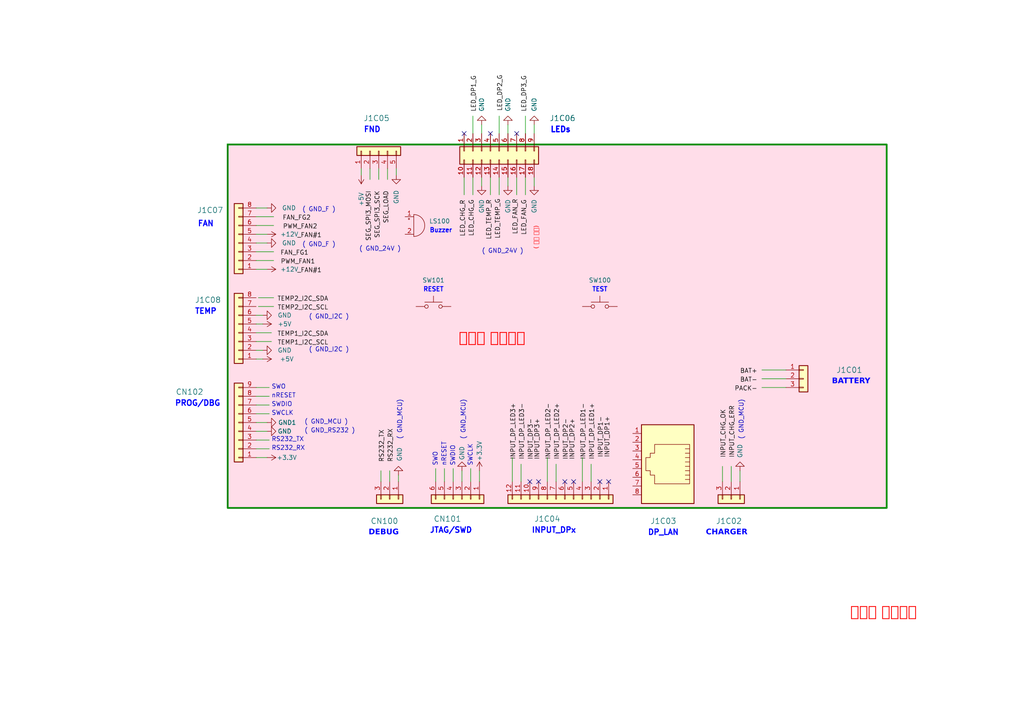
<source format=kicad_sch>
(kicad_sch (version 20231120) (generator "eeschema") (generator_version "8.0")
  (paper "A4")
  (title_block (title "PORTABLE Control Board") (date "2024-10-11") (rev "R1.1_241209") (company "(주)볼크"))
  (lib_symbols
    (symbol "Connector:RJ45" (pin_names (offset 1.016))
      (property "Reference" "J" (at -5.08 13.97 0))
      (property "Value" "RJ45" (at 2.54 13.97 0))
      (symbol "RJ45_0_1"
        (polyline (pts (xy -5.08 4.445) (xy -6.35 4.445)))
        (polyline (pts (xy -5.08 5.715) (xy -6.35 5.715)))
        (polyline (pts (xy -6.35 -3.175) (xy -5.08 -3.175) (xy -5.08 -3.175)))
        (polyline (pts (xy -6.35 -1.905) (xy -5.08 -1.905) (xy -5.08 -1.905)))
        (polyline (pts (xy -6.35 -0.635) (xy -5.08 -0.635) (xy -5.08 -0.635)))
        (polyline (pts (xy -6.35 0.635) (xy -5.08 0.635) (xy -5.08 0.635)))
        (polyline (pts (xy -6.35 1.905) (xy -5.08 1.905) (xy -5.08 1.905)))
        (polyline (pts (xy -5.08 3.175) (xy -6.35 3.175) (xy -6.35 3.175)))
        (polyline (pts (xy -6.35 -4.445) (xy -6.35 6.985) (xy 3.81 6.985) (xy 3.81 4.445) (xy 5.08 4.445) (xy 5.08 3.175) (xy 6.35 3.175) (xy 6.35 -0.635) (xy 5.08 -0.635) (xy 5.08 -1.905) (xy 3.81 -1.905) (xy 3.81 -4.445) (xy -6.35 -4.445) (xy -6.35 -4.445)))
        (rectangle (start 7.62 12.7) (end -7.62 -10.16) (stroke (width 0.254)) (fill (type background)))
      )
      (symbol "RJ45_1_1"
        (pin passive line (at 10.16 -7.62 180) (length 2.54) (name "~") (number "1"))
        (pin passive line (at 10.16 -5.08 180) (length 2.54) (name "~") (number "2"))
        (pin passive line (at 10.16 -2.54 180) (length 2.54) (name "~") (number "3"))
        (pin passive line (at 10.16 0 180) (length 2.54) (name "~") (number "4"))
        (pin passive line (at 10.16 2.54 180) (length 2.54) (name "~") (number "5"))
        (pin passive line (at 10.16 5.08 180) (length 2.54) (name "~") (number "6"))
        (pin passive line (at 10.16 7.62 180) (length 2.54) (name "~") (number "7"))
        (pin passive line (at 10.16 10.16 180) (length 2.54) (name "~") (number "8"))
      )
    )
    (symbol "Connector_Generic:Conn_01x03" (pin_names (offset 1.016) hide)
      (property "Reference" "J" (at 0 5.08 0))
      (property "Value" "Conn_01x03" (at 0 -5.08 0))
      (symbol "Conn_01x03_1_1"
        (rectangle (start -1.27 -2.413) (end 0 -2.667) (stroke (width 0.1524)))
        (rectangle (start -1.27 0.127) (end 0 -0.127) (stroke (width 0.1524)))
        (rectangle (start -1.27 2.667) (end 0 2.413) (stroke (width 0.1524)))
        (rectangle (start -1.27 3.81) (end 1.27 -3.81) (stroke (width 0.254)) (fill (type background)))
        (pin passive line (at -5.08 2.54 0) (length 3.81) (name "Pin_1") (number "1"))
        (pin passive line (at -5.08 0 0) (length 3.81) (name "Pin_2") (number "2"))
        (pin passive line (at -5.08 -2.54 0) (length 3.81) (name "Pin_3") (number "3"))
      )
    )
    (symbol "Connector_Generic:Conn_01x05" (pin_names (offset 1.016) hide)
      (property "Reference" "J" (at 0 7.62 0))
      (property "Value" "Conn_01x05" (at 0 -7.62 0))
      (symbol "Conn_01x05_1_1"
        (rectangle (start -1.27 -4.953) (end 0 -5.207) (stroke (width 0.1524)))
        (rectangle (start -1.27 -2.413) (end 0 -2.667) (stroke (width 0.1524)))
        (rectangle (start -1.27 0.127) (end 0 -0.127) (stroke (width 0.1524)))
        (rectangle (start -1.27 2.667) (end 0 2.413) (stroke (width 0.1524)))
        (rectangle (start -1.27 5.207) (end 0 4.953) (stroke (width 0.1524)))
        (rectangle (start -1.27 6.35) (end 1.27 -6.35) (stroke (width 0.254)) (fill (type background)))
        (pin passive line (at -5.08 5.08 0) (length 3.81) (name "Pin_1") (number "1"))
        (pin passive line (at -5.08 2.54 0) (length 3.81) (name "Pin_2") (number "2"))
        (pin passive line (at -5.08 0 0) (length 3.81) (name "Pin_3") (number "3"))
        (pin passive line (at -5.08 -2.54 0) (length 3.81) (name "Pin_4") (number "4"))
        (pin passive line (at -5.08 -5.08 0) (length 3.81) (name "Pin_5") (number "5"))
      )
    )
    (symbol "Connector_Generic:Conn_01x06" (pin_names (offset 1.016) hide)
      (property "Reference" "J" (at 0 7.62 0))
      (property "Value" "Conn_01x06" (at 0 -10.16 0))
      (symbol "Conn_01x06_1_1"
        (rectangle (start -1.27 -7.493) (end 0 -7.747) (stroke (width 0.1524)))
        (rectangle (start -1.27 -4.953) (end 0 -5.207) (stroke (width 0.1524)))
        (rectangle (start -1.27 -2.413) (end 0 -2.667) (stroke (width 0.1524)))
        (rectangle (start -1.27 0.127) (end 0 -0.127) (stroke (width 0.1524)))
        (rectangle (start -1.27 2.667) (end 0 2.413) (stroke (width 0.1524)))
        (rectangle (start -1.27 5.207) (end 0 4.953) (stroke (width 0.1524)))
        (rectangle (start -1.27 6.35) (end 1.27 -8.89) (stroke (width 0.254)) (fill (type background)))
        (pin passive line (at -5.08 5.08 0) (length 3.81) (name "Pin_1") (number "1"))
        (pin passive line (at -5.08 2.54 0) (length 3.81) (name "Pin_2") (number "2"))
        (pin passive line (at -5.08 0 0) (length 3.81) (name "Pin_3") (number "3"))
        (pin passive line (at -5.08 -2.54 0) (length 3.81) (name "Pin_4") (number "4"))
        (pin passive line (at -5.08 -5.08 0) (length 3.81) (name "Pin_5") (number "5"))
        (pin passive line (at -5.08 -7.62 0) (length 3.81) (name "Pin_6") (number "6"))
      )
    )
    (symbol "Connector_Generic:Conn_01x08" (pin_names (offset 1.016) hide)
      (property "Reference" "J" (at 0 10.16 0))
      (property "Value" "Conn_01x08" (at 0 -12.7 0))
      (symbol "Conn_01x08_1_1"
        (rectangle (start -1.27 -10.033) (end 0 -10.287) (stroke (width 0.1524)))
        (rectangle (start -1.27 -7.493) (end 0 -7.747) (stroke (width 0.1524)))
        (rectangle (start -1.27 -4.953) (end 0 -5.207) (stroke (width 0.1524)))
        (rectangle (start -1.27 -2.413) (end 0 -2.667) (stroke (width 0.1524)))
        (rectangle (start -1.27 0.127) (end 0 -0.127) (stroke (width 0.1524)))
        (rectangle (start -1.27 2.667) (end 0 2.413) (stroke (width 0.1524)))
        (rectangle (start -1.27 5.207) (end 0 4.953) (stroke (width 0.1524)))
        (rectangle (start -1.27 7.747) (end 0 7.493) (stroke (width 0.1524)))
        (rectangle (start -1.27 8.89) (end 1.27 -11.43) (stroke (width 0.254)) (fill (type background)))
        (pin passive line (at -5.08 7.62 0) (length 3.81) (name "Pin_1") (number "1"))
        (pin passive line (at -5.08 5.08 0) (length 3.81) (name "Pin_2") (number "2"))
        (pin passive line (at -5.08 2.54 0) (length 3.81) (name "Pin_3") (number "3"))
        (pin passive line (at -5.08 0 0) (length 3.81) (name "Pin_4") (number "4"))
        (pin passive line (at -5.08 -2.54 0) (length 3.81) (name "Pin_5") (number "5"))
        (pin passive line (at -5.08 -5.08 0) (length 3.81) (name "Pin_6") (number "6"))
        (pin passive line (at -5.08 -7.62 0) (length 3.81) (name "Pin_7") (number "7"))
        (pin passive line (at -5.08 -10.16 0) (length 3.81) (name "Pin_8") (number "8"))
      )
    )
    (symbol "Connector_Generic:Conn_01x09" (pin_names (offset 1.016) hide)
      (property "Reference" "J" (at 0 12.7 0))
      (property "Value" "Conn_01x09" (at 0 -12.7 0))
      (symbol "Conn_01x09_1_1"
        (rectangle (start -1.27 -10.033) (end 0 -10.287) (stroke (width 0.1524)))
        (rectangle (start -1.27 -7.493) (end 0 -7.747) (stroke (width 0.1524)))
        (rectangle (start -1.27 -4.953) (end 0 -5.207) (stroke (width 0.1524)))
        (rectangle (start -1.27 -2.413) (end 0 -2.667) (stroke (width 0.1524)))
        (rectangle (start -1.27 0.127) (end 0 -0.127) (stroke (width 0.1524)))
        (rectangle (start -1.27 2.667) (end 0 2.413) (stroke (width 0.1524)))
        (rectangle (start -1.27 5.207) (end 0 4.953) (stroke (width 0.1524)))
        (rectangle (start -1.27 7.747) (end 0 7.493) (stroke (width 0.1524)))
        (rectangle (start -1.27 10.287) (end 0 10.033) (stroke (width 0.1524)))
        (rectangle (start -1.27 11.43) (end 1.27 -11.43) (stroke (width 0.254)) (fill (type background)))
        (pin passive line (at -5.08 10.16 0) (length 3.81) (name "Pin_1") (number "1"))
        (pin passive line (at -5.08 7.62 0) (length 3.81) (name "Pin_2") (number "2"))
        (pin passive line (at -5.08 5.08 0) (length 3.81) (name "Pin_3") (number "3"))
        (pin passive line (at -5.08 2.54 0) (length 3.81) (name "Pin_4") (number "4"))
        (pin passive line (at -5.08 0 0) (length 3.81) (name "Pin_5") (number "5"))
        (pin passive line (at -5.08 -2.54 0) (length 3.81) (name "Pin_6") (number "6"))
        (pin passive line (at -5.08 -5.08 0) (length 3.81) (name "Pin_7") (number "7"))
        (pin passive line (at -5.08 -7.62 0) (length 3.81) (name "Pin_8") (number "8"))
        (pin passive line (at -5.08 -10.16 0) (length 3.81) (name "Pin_9") (number "9"))
      )
    )
    (symbol "Connector_Generic:Conn_01x12" (pin_names (offset 1.016) hide)
      (property "Reference" "J" (at 0 15.24 0))
      (property "Value" "Conn_01x12" (at 0 -17.78 0))
      (symbol "Conn_01x12_1_1"
        (rectangle (start -1.27 -15.113) (end 0 -15.367) (stroke (width 0.1524)))
        (rectangle (start -1.27 -12.573) (end 0 -12.827) (stroke (width 0.1524)))
        (rectangle (start -1.27 -10.033) (end 0 -10.287) (stroke (width 0.1524)))
        (rectangle (start -1.27 -7.493) (end 0 -7.747) (stroke (width 0.1524)))
        (rectangle (start -1.27 -4.953) (end 0 -5.207) (stroke (width 0.1524)))
        (rectangle (start -1.27 -2.413) (end 0 -2.667) (stroke (width 0.1524)))
        (rectangle (start -1.27 0.127) (end 0 -0.127) (stroke (width 0.1524)))
        (rectangle (start -1.27 2.667) (end 0 2.413) (stroke (width 0.1524)))
        (rectangle (start -1.27 5.207) (end 0 4.953) (stroke (width 0.1524)))
        (rectangle (start -1.27 7.747) (end 0 7.493) (stroke (width 0.1524)))
        (rectangle (start -1.27 10.287) (end 0 10.033) (stroke (width 0.1524)))
        (rectangle (start -1.27 12.827) (end 0 12.573) (stroke (width 0.1524)))
        (rectangle (start -1.27 13.97) (end 1.27 -16.51) (stroke (width 0.254)) (fill (type background)))
        (pin passive line (at -5.08 12.7 0) (length 3.81) (name "Pin_1") (number "1"))
        (pin passive line (at -5.08 -10.16 0) (length 3.81) (name "Pin_10") (number "10"))
        (pin passive line (at -5.08 -12.7 0) (length 3.81) (name "Pin_11") (number "11"))
        (pin passive line (at -5.08 -15.24 0) (length 3.81) (name "Pin_12") (number "12"))
        (pin passive line (at -5.08 10.16 0) (length 3.81) (name "Pin_2") (number "2"))
        (pin passive line (at -5.08 7.62 0) (length 3.81) (name "Pin_3") (number "3"))
        (pin passive line (at -5.08 5.08 0) (length 3.81) (name "Pin_4") (number "4"))
        (pin passive line (at -5.08 2.54 0) (length 3.81) (name "Pin_5") (number "5"))
        (pin passive line (at -5.08 0 0) (length 3.81) (name "Pin_6") (number "6"))
        (pin passive line (at -5.08 -2.54 0) (length 3.81) (name "Pin_7") (number "7"))
        (pin passive line (at -5.08 -5.08 0) (length 3.81) (name "Pin_8") (number "8"))
        (pin passive line (at -5.08 -7.62 0) (length 3.81) (name "Pin_9") (number "9"))
      )
    )
    (symbol "Connector_Generic:Conn_02x09_Top_Bottom" (pin_names (offset 1.016) hide)
      (property "Reference" "J" (at 1.27 12.7 0))
      (property "Value" "Conn_02x09_Top_Bottom" (at 1.27 -12.7 0))
      (symbol "Conn_02x09_Top_Bottom_1_1"
        (rectangle (start -1.27 -10.033) (end 0 -10.287) (stroke (width 0.1524)))
        (rectangle (start -1.27 -7.493) (end 0 -7.747) (stroke (width 0.1524)))
        (rectangle (start -1.27 -4.953) (end 0 -5.207) (stroke (width 0.1524)))
        (rectangle (start -1.27 -2.413) (end 0 -2.667) (stroke (width 0.1524)))
        (rectangle (start -1.27 0.127) (end 0 -0.127) (stroke (width 0.1524)))
        (rectangle (start -1.27 2.667) (end 0 2.413) (stroke (width 0.1524)))
        (rectangle (start -1.27 5.207) (end 0 4.953) (stroke (width 0.1524)))
        (rectangle (start -1.27 7.747) (end 0 7.493) (stroke (width 0.1524)))
        (rectangle (start -1.27 10.287) (end 0 10.033) (stroke (width 0.1524)))
        (rectangle (start -1.27 11.43) (end 3.81 -11.43) (stroke (width 0.254)) (fill (type background)))
        (rectangle (start 3.81 -10.033) (end 2.54 -10.287) (stroke (width 0.1524)))
        (rectangle (start 3.81 -7.493) (end 2.54 -7.747) (stroke (width 0.1524)))
        (rectangle (start 3.81 -4.953) (end 2.54 -5.207) (stroke (width 0.1524)))
        (rectangle (start 3.81 -2.413) (end 2.54 -2.667) (stroke (width 0.1524)))
        (rectangle (start 3.81 0.127) (end 2.54 -0.127) (stroke (width 0.1524)))
        (rectangle (start 3.81 2.667) (end 2.54 2.413) (stroke (width 0.1524)))
        (rectangle (start 3.81 5.207) (end 2.54 4.953) (stroke (width 0.1524)))
        (rectangle (start 3.81 7.747) (end 2.54 7.493) (stroke (width 0.1524)))
        (rectangle (start 3.81 10.287) (end 2.54 10.033) (stroke (width 0.1524)))
        (pin passive line (at -5.08 10.16 0) (length 3.81) (name "Pin_1") (number "1"))
        (pin passive line (at 7.62 10.16 180) (length 3.81) (name "Pin_10") (number "10"))
        (pin passive line (at 7.62 7.62 180) (length 3.81) (name "Pin_11") (number "11"))
        (pin passive line (at 7.62 5.08 180) (length 3.81) (name "Pin_12") (number "12"))
        (pin passive line (at 7.62 2.54 180) (length 3.81) (name "Pin_13") (number "13"))
        (pin passive line (at 7.62 0 180) (length 3.81) (name "Pin_14") (number "14"))
        (pin passive line (at 7.62 -2.54 180) (length 3.81) (name "Pin_15") (number "15"))
        (pin passive line (at 7.62 -5.08 180) (length 3.81) (name "Pin_16") (number "16"))
        (pin passive line (at 7.62 -7.62 180) (length 3.81) (name "Pin_17") (number "17"))
        (pin passive line (at 7.62 -10.16 180) (length 3.81) (name "Pin_18") (number "18"))
        (pin passive line (at -5.08 7.62 0) (length 3.81) (name "Pin_2") (number "2"))
        (pin passive line (at -5.08 5.08 0) (length 3.81) (name "Pin_3") (number "3"))
        (pin passive line (at -5.08 2.54 0) (length 3.81) (name "Pin_4") (number "4"))
        (pin passive line (at -5.08 0 0) (length 3.81) (name "Pin_5") (number "5"))
        (pin passive line (at -5.08 -2.54 0) (length 3.81) (name "Pin_6") (number "6"))
        (pin passive line (at -5.08 -5.08 0) (length 3.81) (name "Pin_7") (number "7"))
        (pin passive line (at -5.08 -7.62 0) (length 3.81) (name "Pin_8") (number "8"))
        (pin passive line (at -5.08 -10.16 0) (length 3.81) (name "Pin_9") (number "9"))
      )
    )
    (symbol "Device:Buzzer" (pin_names (offset 0.0254) hide)
      (property "Reference" "BZ" (at 3.81 1.27 0))
      (property "Value" "Buzzer" (at 3.81 -1.27 0))
      (symbol "Buzzer_0_1"
        (arc (start 0 -3.175) (mid 3.1612 0) (end 0 3.175))
        (polyline (pts (xy -1.651 1.905) (xy -1.143 1.905)))
        (polyline (pts (xy -1.397 2.159) (xy -1.397 1.651)))
        (polyline (pts (xy 0 3.175) (xy 0 -3.175)))
      )
      (symbol "Buzzer_1_1"
        (pin passive line (at -2.54 2.54 0) (length 2.54) (name "-") (number "1"))
        (pin passive line (at -2.54 -2.54 0) (length 2.54) (name "+") (number "2"))
      )
    )
    (symbol "Switch:SW_Push" (pin_numbers hide) (pin_names (offset 1.016) hide)
      (property "Reference" "SW" (at 1.27 2.54 0))
      (property "Value" "SW_Push" (at 0 -1.524 0))
      (symbol "SW_Push_0_1"
        (circle (center -2.032 0) (radius 0.508))
        (polyline (pts (xy 0 1.27) (xy 0 3.048)))
        (polyline (pts (xy 2.54 1.27) (xy -2.54 1.27)))
        (circle (center 2.032 0) (radius 0.508))
        (pin passive line (at -5.08 0 0) (length 2.54) (name "1") (number "1"))
        (pin passive line (at 5.08 0 180) (length 2.54) (name "2") (number "2"))
      )
    )
    (symbol "gnd:GND" (power) (pin_numbers hide) (pin_names (offset 0) hide)
      (property "Value" "GND" (at 0 -3.81 0))
      (symbol "GND_0_1"
        (polyline (pts (xy 0 0) (xy 0 -1.27) (xy 1.27 -1.27) (xy 0 -2.54) (xy -1.27 -1.27) (xy 0 -1.27)))
      )
      (symbol "GND_1_1"
        (pin power_in line (at 0 0 270) (length 0) hide (name "GND") (number "1"))
      )
    )
    (symbol "power:+12V" (power) (pin_numbers hide) (pin_names (offset 0) hide)
      (property "Value" "+12V" (at 0 3.556 0))
      (symbol "+12V_0_1"
        (polyline (pts (xy -0.762 1.27) (xy 0 2.54)))
        (polyline (pts (xy 0 0) (xy 0 2.54)))
        (polyline (pts (xy 0 2.54) (xy 0.762 1.27)))
      )
      (symbol "+12V_1_1"
        (pin power_in line (at 0 0 90) (length 0) hide (name "+12V") (number "1"))
      )
    )
    (symbol "power:+3.3V" (power) (pin_numbers hide) (pin_names (offset 0) hide)
      (property "Value" "+3.3V" (at 0 3.556 0))
      (symbol "+3.3V_0_1"
        (polyline (pts (xy -0.762 1.27) (xy 0 2.54)))
        (polyline (pts (xy 0 0) (xy 0 2.54)))
        (polyline (pts (xy 0 2.54) (xy 0.762 1.27)))
      )
      (symbol "+3.3V_1_1"
        (pin power_in line (at 0 0 90) (length 0) hide (name "+3.3V") (number "1"))
      )
    )
    (symbol "power:+5V" (power) (pin_numbers hide) (pin_names (offset 0) hide)
      (property "Value" "+5V" (at 0 3.556 0))
      (symbol "+5V_0_1"
        (polyline (pts (xy -0.762 1.27) (xy 0 2.54)))
        (polyline (pts (xy 0 0) (xy 0 2.54)))
        (polyline (pts (xy 0 2.54) (xy 0.762 1.27)))
      )
      (symbol "+5V_1_1"
        (pin power_in line (at 0 0 90) (length 0) hide (name "+5V") (number "1"))
      )
    )
    (symbol "power:GND" (power) (pin_numbers hide) (pin_names (offset 0) hide)
      (property "Value" "GND" (at 0 -3.81 0))
      (symbol "GND_0_1"
        (polyline (pts (xy 0 0) (xy 0 -1.27) (xy 1.27 -1.27) (xy 0 -2.54) (xy -1.27 -1.27) (xy 0 -1.27)))
      )
      (symbol "GND_1_1"
        (pin power_in line (at 0 0 270) (length 0) hide (name "GND") (number "1"))
      )
    )
    (symbol "power:GND1" (power) (pin_numbers hide) (pin_names (offset 0) hide)
      (property "Value" "GND1" (at 0 -3.81 0))
      (symbol "GND1_0_1"
        (polyline (pts (xy 0 0) (xy 0 -1.27) (xy 1.27 -1.27) (xy 0 -2.54) (xy -1.27 -1.27) (xy 0 -1.27)))
      )
      (symbol "GND1_1_1"
        (pin power_in line (at 0 0 270) (length 0) hide (name "GND1") (number "1"))
      )
    )
  )
  (no_connect (at 134.62 38.735))
  (no_connect (at 149.86 38.735))
  (no_connect (at 142.24 38.735))
  (no_connect (at 163.83 139.7))
  (no_connect (at 176.53 139.7))
  (no_connect (at 173.99 139.7))
  (no_connect (at 156.21 139.7))
  (no_connect (at 166.37 139.7))
  (no_connect (at 153.67 139.7))
  (wire (pts (xy 74.93 86.36) (xy 79.375 86.36)))
  (wire (pts (xy 139.065 136.525) (xy 139.065 139.7)))
  (wire (pts (xy 114.935 50.8) (xy 114.935 48.895)))
  (wire (pts (xy 171.45 139.7) (xy 171.45 134.62)))
  (wire (pts (xy 74.93 88.9) (xy 79.375 88.9)))
  (wire (pts (xy 214.63 136.525) (xy 214.63 139.7)))
  (wire (pts (xy 134.62 51.435) (xy 134.62 56.515)))
  (wire (pts (xy 78.105 130.175) (xy 74.295 130.175)))
  (wire (pts (xy 112.395 52.07) (xy 112.395 48.895)))
  (wire (pts (xy 107.315 52.07) (xy 107.315 48.895)))
  (wire (pts (xy 152.4 51.435) (xy 152.4 56.515)))
  (wire (pts (xy 137.16 51.435) (xy 137.16 56.515)))
  (wire (pts (xy 152.4 33.655) (xy 152.4 38.735)))
  (wire (pts (xy 74.295 65.405) (xy 79.375 65.405)))
  (wire (pts (xy 78.105 114.935) (xy 74.295 114.935)))
  (wire (pts (xy 109.855 52.07) (xy 109.855 48.895)))
  (wire (pts (xy 76.2 101.6) (xy 74.295 101.6)))
  (wire (pts (xy 220.98 109.855) (xy 227.965 109.855)))
  (wire (pts (xy 158.75 139.7) (xy 158.75 132.715)))
  (wire (pts (xy 77.47 67.945) (xy 74.295 67.945)))
  (wire (pts (xy 74.295 75.565) (xy 79.375 75.565)))
  (wire (pts (xy 74.295 96.52) (xy 78.74 96.52)))
  (wire (pts (xy 131.445 135.89) (xy 131.445 139.7)))
  (wire (pts (xy 148.59 139.7) (xy 148.59 132.715)))
  (wire (pts (xy 136.525 135.89) (xy 136.525 139.7)))
  (wire (pts (xy 133.985 136.525) (xy 133.985 139.7)))
  (wire (pts (xy 78.105 127.635) (xy 74.295 127.635)))
  (wire (pts (xy 149.86 51.435) (xy 149.86 56.515)))
  (wire (pts (xy 209.55 135.255) (xy 209.55 139.7)))
  (wire (pts (xy 78.105 117.475) (xy 74.295 117.475)))
  (wire (pts (xy 77.47 125.095) (xy 74.295 125.095)))
  (wire (pts (xy 151.13 139.7) (xy 151.13 134.62)))
  (wire (pts (xy 212.09 135.255) (xy 212.09 139.7)))
  (wire (pts (xy 144.78 33.655) (xy 144.78 38.735)))
  (wire (pts (xy 137.16 33.655) (xy 137.16 38.735)))
  (wire (pts (xy 74.295 73.025) (xy 79.375 73.025)))
  (wire (pts (xy 147.32 53.975) (xy 147.32 51.435)))
  (wire (pts (xy 76.2 91.44) (xy 74.295 91.44)))
  (wire (pts (xy 76.2 93.98) (xy 74.295 93.98)))
  (wire (pts (xy 76.2 104.14) (xy 74.295 104.14)))
  (wire (pts (xy 142.24 51.435) (xy 142.24 56.515)))
  (wire (pts (xy 77.47 78.105) (xy 74.295 78.105)))
  (wire (pts (xy 154.94 36.195) (xy 154.94 38.735)))
  (wire (pts (xy 147.32 36.195) (xy 147.32 38.735)))
  (wire (pts (xy 74.295 62.865) (xy 79.375 62.865)))
  (wire (pts (xy 161.29 139.7) (xy 161.29 134.62)))
  (wire (pts (xy 144.78 51.435) (xy 144.78 56.515)))
  (wire (pts (xy 115.57 137.795) (xy 115.57 139.7)))
  (wire (pts (xy 139.7 53.975) (xy 139.7 51.435)))
  (wire (pts (xy 77.47 122.555) (xy 74.295 122.555)))
  (wire (pts (xy 74.295 70.485) (xy 77.47 70.485)))
  (wire (pts (xy 110.49 136.525) (xy 110.49 139.7)))
  (wire (pts (xy 154.94 53.975) (xy 154.94 51.435)))
  (wire (pts (xy 168.91 139.7) (xy 168.91 132.715)))
  (wire (pts (xy 78.105 112.395) (xy 74.295 112.395)))
  (wire (pts (xy 220.98 112.395) (xy 227.965 112.395)))
  (wire (pts (xy 139.7 36.195) (xy 139.7 38.735)))
  (wire (pts (xy 128.905 135.89) (xy 128.905 139.7)))
  (wire (pts (xy 126.365 135.89) (xy 126.365 139.7)))
  (wire (pts (xy 220.98 107.315) (xy 227.965 107.315)))
  (wire (pts (xy 113.03 136.525) (xy 113.03 139.7)))
  (wire (pts (xy 104.775 50.8) (xy 104.775 48.895)))
  (wire (pts (xy 77.47 132.715) (xy 74.295 132.715)))
  (wire (pts (xy 74.295 99.06) (xy 78.74 99.06)))
  (wire (pts (xy 74.295 60.325) (xy 77.47 60.325)))
  (wire (pts (xy 78.105 120.015) (xy 74.295 120.015)))
  (rectangle (start 66.04 41.91) (end 257.175 147.32) (stroke (width 0.5) (color 0 132 0 1)) (fill (type color) (color 255 221 233 1)))
  (text "( GND_24V )" (at 104.14 73.025 0) (effects (font (size 1.27 1.27)) (justify left bottom)))
  (text "( GND_MCU)\n\n" (at 137.16 127.635 90) (effects (font (size 1.27 1.27)) (justify left bottom)))
  (text "SWO" (at 78.74 113.03 0) (effects (font (size 1.27 1.27)) (justify left bottom)))
  (text "( 현재 없음)\n\n" (at 158.75 72.39 90) (effects (font (size 1.27 1.27)) (justify left bottom)))
  (text "RS232_RX" (at 78.74 130.81 0) (effects (font (size 1.27 1.27)) (justify left bottom)))
  (text "RS232_TX" (at 78.74 128.27 0) (effects (font (size 1.27 1.27)) (justify left bottom)))
  (text "( GND_MCU)\n\n" (at 217.805 127.635 90) (effects (font (size 1.27 1.27)) (justify left bottom)))
  (text "SWO" (at 127 135.255 90) (effects (font (size 1.27 1.27)) (justify left bottom)))
  (text "SWCLK" (at 137.16 135.255 90) (effects (font (size 1.27 1.27)) (justify left bottom)))
  (text "nRESET" (at 78.74 115.57 0) (effects (font (size 1.27 1.27)) (justify left bottom)))
  (text "nRESET" (at 129.54 135.255 90) (effects (font (size 1.27 1.27)) (justify left bottom)))
  (text "이동형 제어보드" (at 133.096 100.838 0) (effects (font (size 3.048 3.048)) (justify left bottom)))
  (text "( GND_I2C )" (at 89.535 92.71 0) (effects (font (size 1.27 1.27)) (justify left bottom)))
  (text "( GND_24V )" (at 139.7 73.66 0) (effects (font (size 1.27 1.27)) (justify left bottom)))
  (text "SWCLK" (at 78.74 120.65 0) (effects (font (size 1.27 1.27)) (justify left bottom)))
  (text "이동형 제어보드" (at 246.634 180.34 0) (effects (font (size 3.048 3.048)) (justify left bottom)))
  (text "( GND_I2C )" (at 89.535 102.235 0) (effects (font (size 1.27 1.27)) (justify left bottom)))
  (text "( GND_MCU )" (at 88.265 123.19 0) (effects (font (size 1.27 1.27)) (justify left bottom)))
  (text "( GND_F )" (at 87.63 71.755 0) (effects (font (size 1.27 1.27)) (justify left bottom)))
  (text "( GND_MCU)\n\n" (at 118.745 127.635 90) (effects (font (size 1.27 1.27)) (justify left bottom)))
  (text "SWDIO" (at 132.08 135.255 90) (effects (font (size 1.27 1.27)) (justify left bottom)))
  (text "( GND_RS232 )" (at 88.265 125.73 0) (effects (font (size 1.27 1.27)) (justify left bottom)))
  (text "SWDIO" (at 78.74 118.11 0) (effects (font (size 1.27 1.27)) (justify left bottom)))
  (text "( GND_F )" (at 87.63 61.595 0) (effects (font (size 1.27 1.27)) (justify left bottom)))
  (label "LED_DP2_G" (at 146.05 21.59 270))
  (label "INPUT_DP_LED1+" (at 172.72 116.84 270))
  (label "LED_FAN_R" (at 150.495 67.945 90))
  (label "INPUT_DP1-" (at 175.26 120.65 270))
  (label "INPUT_DP3+" (at 156.845 121.285 270))
  (label "SEG_SPI3_MOSI" (at 107.95 55.245 270))
  (label "LED_DP1_G" (at 138.43 32.385 90))
  (label "TEMP2_I2C_SCL" (at 95.25 90.17 180))
  (label "BAT-" (at 219.71 111.125 180))
  (label "INPUT_DP_LED2-" (at 160.02 116.84 270))
  (label "FAN_FG2" (at 90.17 64.135 180))
  (label "PACK-" (at 219.71 113.665 180))
  (label "TEMP1_I2C_SDA" (at 95.25 97.79 180))
  (label "LED_FAN_G" (at 153.035 57.785 270))
  (label "LED_CHG_G" (at 137.795 57.785 270))
  (label "INPUT_DP_LED3+" (at 149.86 116.84 270))
  (label "INPUT_DP2+" (at 167.005 121.285 270))
  (label "LED_DP3_G" (at 153.035 32.385 90))
  (label "INPUT_DP2-" (at 165.1 121.285 270))
  (label "SEG_LOAD" (at 113.03 55.245 270))
  (label "_FAN#1" (at 93.345 69.215 180))
  (label "INPUT_CHG_ERR" (at 213.36 132.715 90))
  (label "TEMP1_I2C_SCL" (at 95.25 100.33 180))
  (label "FAN_FG1" (at 89.535 74.295 180))
  (label "PWM_FAN2" (at 92.075 66.675 180))
  (label "RS232_TX" (at 111.76 133.985 90))
  (label "RS232_RX" (at 114.3 133.985 90))
  (label "INPUT_DP_LED1-" (at 170.18 116.84 270))
  (label "LED_TEMP_R" (at 142.875 57.785 270))
  (label "INPUT_DP_LED2+" (at 162.56 116.84 270))
  (label "INPUT_DP3-" (at 154.94 121.285 270))
  (label "SEG_SPI3_SCK" (at 110.49 55.245 270))
  (label "BAT+" (at 219.71 108.585 180))
  (label "INPUT_DP_LED3-" (at 152.4 116.84 270))
  (label "LED_TEMP_G" (at 145.415 69.215 90))
  (label "LED_CHG_R" (at 135.255 68.58 90))
  (label "TEMP2_I2C_SDA" (at 95.25 87.63 180))
  (label "INPUT_DP1+" (at 177.165 120.65 270))
  (label "PWM_FAN1" (at 91.44 76.835 180))
  (label "INPUT_CHG_OK" (at 210.82 132.715 90))
  (label "_FAN#1" (at 93.345 79.375 180))
  (symbol (lib_id "power:+3.3V") (at 139.065 136.525 0) (unit 1)
    (property "Reference" "#PWR028" (effects (hide yes)))
    (property "Value" "+3.3V" (at 139.065 130.81 90))
  )
  (symbol (lib_id "power:GND") (at 214.63 136.525 0) (mirror x) (unit 1)
    (property "Reference" "#PWR04" (effects (hide yes)))
    (property "Value" "GND" (at 214.63 130.81 90))
  )
  (symbol (lib_id "power:+5V") (at 104.775 50.8 0) (mirror x) (unit 1)
    (property "Reference" "#PWR030" (effects (hide yes)))
    (property "Value" "+5V" (at 104.775 57.785 90))
  )
  (symbol (lib_id "Connector_Generic:Conn_01x03") (at 233.045 109.855 0) (unit 1)
    (property "Reference" "J1C01" (at 250.19 107.315 0) (effects (font (size 1.6 1.6)) (justify right)))
    (property "Value" "BATTERY" (at 252.095 110.49 0) (effects (font (size 1.6 1.6) (bold yes)) (justify right)))
  )
  (symbol (lib_id "gnd:GND") (at 154.94 36.195 180) (unit 1)
    (property "Reference" "#PWR011" (effects (hide yes)))
    (property "Value" "GND" (at 154.94 32.385 90) (effects (justify right)))
  )
  (symbol (lib_id "gnd:GND") (at 76.2 101.6 90) (unit 1)
    (property "Reference" "#PWR018" (effects (hide yes)))
    (property "Value" "GND" (at 82.55 101.6 90))
  )
  (symbol (lib_id "power:+5V") (at 76.2 93.98 270) (mirror x) (unit 1)
    (property "Reference" "#PWR033" (effects (hide yes)))
    (property "Value" "+5V" (at 82.55 93.98 90))
  )
  (symbol (lib_id "gnd:GND") (at 114.935 50.8 0) (unit 1)
    (property "Reference" "#PWR032" (effects (hide yes)))
    (property "Value" "GND" (at 114.935 57.15 90))
  )
  (symbol (lib_id "Connector_Generic:Conn_01x06") (at 133.985 144.78 270) (unit 1)
    (property "Reference" "CN101" (at 125.73 150.495 90) (effects (font (size 1.6 1.6)) (justify left)))
    (property "Value" "JTAG/SWD" (at 130.81 153.67 90) (effects (font (size 1.6 1.6) (bold yes))))
  )
  (symbol (lib_id "power:GND") (at 77.47 125.095 90) (mirror x) (unit 1)
    (property "Reference" "#PWR01" (effects (hide yes)))
    (property "Value" "GND" (at 82.55 125.095 90))
  )
  (symbol (lib_id "gnd:GND") (at 77.47 60.325 90) (mirror x) (unit 1)
    (property "Reference" "#PWR09" (effects (hide yes)))
    (property "Value" "GND" (at 83.82 60.325 90))
  )
  (symbol (lib_id "power:GND1") (at 77.47 122.555 90) (unit 1)
    (property "Reference" "#PWR03" (effects (hide yes)))
    (property "Value" "GND1" (at 80.645 122.555 90) (effects (justify right)))
  )
  (symbol (lib_id "Connector_Generic:Conn_01x09") (at 69.215 122.555 180) (unit 1)
    (property "Reference" "CN102" (at 59.055 113.665 0) (effects (font (size 1.6 1.6)) (justify left)))
    (property "Value" "PROG/DBG" (at 64.135 116.84 0) (effects (font (size 1.6 1.6) (bold yes)) (justify left)))
  )
  (symbol (lib_id "power:+3.3V") (at 77.47 132.715 270) (unit 1)
    (property "Reference" "#PWR02" (effects (hide yes)))
    (property "Value" "+3.3V" (at 83.185 132.715 90))
  )
  (symbol (lib_id "gnd:GND") (at 76.2 91.44 90) (unit 1)
    (property "Reference" "#PWR034" (effects (hide yes)))
    (property "Value" "GND" (at 82.55 91.44 90))
  )
  (symbol (lib_id "power:GND") (at 115.57 137.795 0) (mirror x) (unit 1)
    (property "Reference" "#PWR035" (effects (hide yes)))
    (property "Value" "GND" (at 115.8875 131.7625 90))
  )
  (symbol (lib_id "Switch:SW_Push") (at 125.73 88.9 0) (unit 1)
    (property "Reference" "SW101" (at 125.73 81.28 0))
    (property "Value" "RESET" (at 125.73 83.82 0) (effects (font (bold yes))))
  )
  (symbol (lib_id "Connector_Generic:Conn_02x09_Top_Bottom") (at 144.78 43.815 90) (mirror x) (unit 1)
    (property "Reference" "J1C06" (at 167.005 34.29 90) (effects (font (size 1.6 1.6)) (justify left)))
    (property "Value" "LEDs" (at 165.735 37.465 90) (effects (font (size 1.6 1.6) (bold yes)) (justify left)))
  )
  (symbol (lib_id "Connector_Generic:Conn_01x12") (at 163.83 144.78 270) (unit 1)
    (property "Reference" "J1C04" (at 158.75 150.495 90) (effects (font (size 1.6 1.6))))
    (property "Value" "INPUT_DPx" (at 160.655 153.67 90) (effects (font (size 1.6 1.6) (bold yes))))
  )
  (symbol (lib_id "gnd:GND") (at 77.47 70.485 90) (mirror x) (unit 1)
    (property "Reference" "#PWR08" (effects (hide yes)))
    (property "Value" "GND" (at 83.82 70.485 90))
  )
  (symbol (lib_id "gnd:GND") (at 139.7 53.975 0) (unit 1)
    (property "Reference" "#PWR012" (effects (hide yes)))
    (property "Value" "GND" (at 139.7 57.785 90) (effects (justify right)))
  )
  (symbol (lib_id "power:+5V") (at 76.2 104.14 270) (mirror x) (unit 1)
    (property "Reference" "#PWR010" (effects (hide yes)))
    (property "Value" "+5V" (at 83.185 104.14 90))
  )
  (symbol (lib_id "gnd:GND") (at 147.32 53.975 0) (unit 1)
    (property "Reference" "#PWR013" (effects (hide yes)))
    (property "Value" "GND" (at 147.32 57.785 90) (effects (justify right)))
  )
  (symbol (lib_id "gnd:GND") (at 139.7 36.195 180) (unit 1)
    (property "Reference" "#PWR05" (effects (hide yes)))
    (property "Value" "GND" (at 139.7 32.385 90) (effects (justify right)))
  )
  (symbol (lib_id "Connector_Generic:Conn_01x08") (at 69.215 96.52 180) (unit 1)
    (property "Reference" "J1C08" (at 60.325 86.995 0) (effects (font (size 1.6 1.6))))
    (property "Value" "TEMP" (at 59.69 90.17 0) (effects (font (size 1.6 1.6) (bold yes))))
  )
  (symbol (lib_id "power:+12V") (at 77.47 78.105 270) (unit 1)
    (property "Reference" "#PWR017" (effects (hide yes)))
    (property "Value" "+12V" (at 81.28 78.105 90) (effects (justify left)))
  )
  (symbol (lib_id "Connector_Generic:Conn_01x05") (at 109.855 43.815 90) (unit 1)
    (property "Reference" "J1C05" (at 109.22 34.29 90) (effects (font (size 1.6 1.6))))
    (property "Value" "FND" (at 107.95 37.465 90) (effects (font (size 1.6 1.6) (bold yes))))
  )
  (symbol (lib_id "power:GND") (at 133.985 136.525 0) (mirror x) (unit 1)
    (property "Reference" "#PWR027" (effects (hide yes)))
    (property "Value" "GND" (at 133.985 131.445 90))
  )
  (symbol (lib_id "Connector_Generic:Conn_01x03") (at 113.03 144.78 270) (unit 1)
    (property "Reference" "CN100" (at 115.57 151.13 90) (effects (font (size 1.6 1.6)) (justify right)))
    (property "Value" "DEBUG" (at 115.57 154.305 90) (effects (font (size 1.6 1.6) (bold yes)) (justify right)))
  )
  (symbol (lib_id "Connector:RJ45") (at 193.675 133.35 180) (unit 1)
    (property "Reference" "J1C03" (at 192.405 151.13 0) (effects (font (size 1.6 1.6))))
    (property "Value" "DP_LAN" (at 192.405 154.305 0) (effects (font (size 1.6 1.6) (bold yes))))
  )
  (symbol (lib_id "Device:Buzzer") (at 120.015 65.405 0) (unit 1)
    (property "Reference" "LS100" (at 124.46 64.135 0) (effects (justify left)))
    (property "Value" "Buzzer" (at 124.46 66.675 0) (effects (font (bold yes)) (justify left)))
  )
  (symbol (lib_id "gnd:GND") (at 147.32 36.195 180) (unit 1)
    (property "Reference" "#PWR06" (effects (hide yes)))
    (property "Value" "GND" (at 147.32 32.385 90) (effects (justify right)))
  )
  (symbol (lib_id "gnd:GND") (at 154.94 53.975 0) (unit 1)
    (property "Reference" "#PWR014" (effects (hide yes)))
    (property "Value" "GND" (at 154.94 57.785 90) (effects (justify right)))
  )
  (symbol (lib_id "Connector_Generic:Conn_01x03") (at 212.09 144.78 270) (unit 1)
    (property "Reference" "J1C02" (at 215.265 151.13 90) (effects (font (size 1.6 1.6)) (justify right)))
    (property "Value" "CHARGER" (at 216.535 154.305 90) (effects (font (size 1.6 1.6) (bold yes)) (justify right)))
  )
  (symbol (lib_id "Switch:SW_Push") (at 173.99 88.9 0) (unit 1)
    (property "Reference" "SW100" (at 173.99 81.28 0))
    (property "Value" "TEST" (at 173.99 83.82 0) (effects (font (bold yes))))
  )
  (symbol (lib_id "Connector_Generic:Conn_01x08") (at 69.215 70.485 180) (unit 1)
    (property "Reference" "J1C07" (at 60.96 60.96 0) (effects (font (size 1.6 1.6))))
    (property "Value" "FAN" (at 59.69 64.77 0) (effects (font (size 1.6 1.6) (bold yes))))
  )
  (symbol (lib_id "power:+12V") (at 77.47 67.945 270) (unit 1)
    (property "Reference" "#PWR07" (effects (hide yes)))
    (property "Value" "+12V" (at 81.28 67.945 90) (effects (justify left)))
  )
)
</source>
